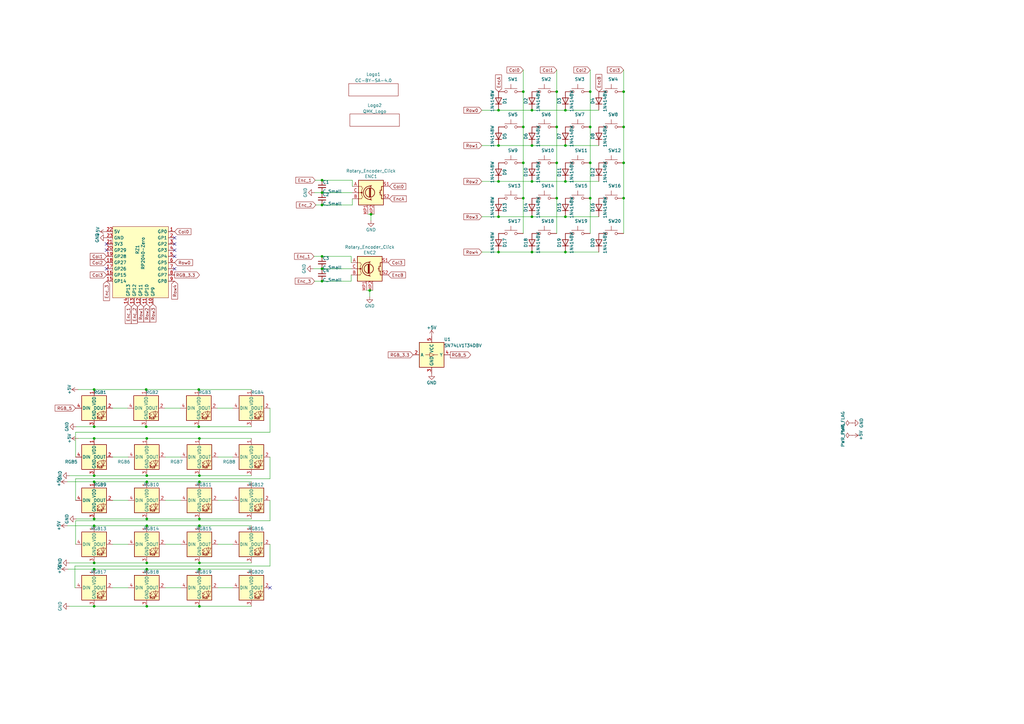
<source format=kicad_sch>
(kicad_sch (version 20230121) (generator eeschema)
  (paper "A3")
  (title_block (title "UnOrthoDox 20") (date "2023-04-15") (rev "v1.0.0") (company "Tweety's Wild Thinking") (comment 1 "Markus Knutsson <markus.knutsson@tweety.se>") (comment 2 "https://github.com/TweetyDaBird") (comment 3 "Licensed under Creative Commons BY-SA 4.0 International "))
  (lib_symbols
    (symbol "Device:C_Small" (pin_numbers hide) (pin_names (offset 0.254) hide)
      (property "Reference" "C" (at 0.254 1.778 0))
      (property "Value" "C_Small" (at 0.254 -2.032 0))
      (symbol "C_Small_0_1"
        (polyline (pts (xy -1.524 -0.508) (xy 1.524 -0.508)) (stroke (width 0.3302)))
        (polyline (pts (xy -1.524 0.508) (xy 1.524 0.508)) (stroke (width 0.3048)))
      )
      (symbol "C_Small_1_1"
        (pin passive line (at 0 2.54 270) (length 2.032) (name "~") (number "1"))
        (pin passive line (at 0 -2.54 90) (length 2.032) (name "~") (number "2"))
      )
    )
    (symbol "Diode:1N4148W" (pin_numbers hide) (pin_names hide)
      (property "Reference" "D" (at 0 2.54 0))
      (property "Value" "1N4148W" (at 0 -2.54 0))
      (symbol "1N4148W_0_1"
        (polyline (pts (xy -1.27 1.27) (xy -1.27 -1.27)) (stroke (width 0.254)))
        (polyline (pts (xy 1.27 0) (xy -1.27 0)))
        (polyline (pts (xy 1.27 1.27) (xy 1.27 -1.27) (xy -1.27 0) (xy 1.27 1.27)) (stroke (width 0.254)))
      )
      (symbol "1N4148W_1_1"
        (pin passive line (at -3.81 0 0) (length 2.54) (name "K") (number "1"))
        (pin passive line (at 3.81 0 180) (length 2.54) (name "A") (number "2"))
      )
    )
    (symbol "Keyboard Common:SK6812MINI-E" (pin_names (offset 0.254))
      (property "Reference" "RGB" (at 5.08 5.715 0))
      (symbol "SK6812MINI-E_0_0"
        (text "RGB" (at 2.286 -4.191 0) (effects (font (size 0.762 0.762))))
      )
      (symbol "SK6812MINI-E_0_1"
        (polyline (pts (xy 1.27 -3.556) (xy 1.778 -3.556)))
        (polyline (pts (xy 1.27 -2.54) (xy 1.778 -2.54)))
        (polyline (pts (xy 4.699 -3.556) (xy 2.667 -3.556)))
        (polyline (pts (xy 2.286 -2.54) (xy 1.27 -3.556) (xy 1.27 -3.048)))
        (polyline (pts (xy 2.286 -1.524) (xy 1.27 -2.54) (xy 1.27 -2.032)))
        (polyline (pts (xy 3.683 -1.016) (xy 3.683 -3.556) (xy 3.683 -4.064)))
        (polyline (pts (xy 4.699 -1.524) (xy 2.667 -1.524) (xy 3.683 -3.556) (xy 4.699 -1.524)))
        (rectangle (start 5.08 5.08) (end -5.08 -5.08) (stroke (width 0.254)) (fill (type background)))
      )
      (symbol "SK6812MINI-E_1_1"
        (pin power_in line (at 0 7.62 270) (length 2.54) (name "VDD") (number "1"))
        (pin output line (at 7.62 0 180) (length 2.54) (name "DOUT") (number "2"))
        (pin power_in line (at 0 -7.62 90) (length 2.54) (name "GND") (number "3"))
        (pin input line (at -7.62 0 0) (length 2.54) (name "DIN") (number "4"))
      )
    )
    (symbol "Keyboard Switches:Rotary_Encoder_Click" (pin_names (offset 0.254) hide)
      (property "Reference" "ENC" (at 0 6.604 0))
      (property "Value" "Rotary_Encoder_Click" (at 0 8.89 0))
      (symbol "Rotary_Encoder_Click_0_1"
        (rectangle (start -5.08 5.08) (end 5.08 -5.08) (stroke (width 0.254)) (fill (type background)))
        (circle (center -3.81 0) (radius 0.254) (fill (type outline)))
        (circle (center -0.381 0) (radius 1.905) (stroke (width 0.254)))
        (arc (start -0.381 2.667) (mid -3.0988 -0.0635) (end -0.381 -2.794) (stroke (width 0.254)))
        (polyline (pts (xy -0.635 -1.778) (xy -0.635 1.778)) (stroke (width 0.254)))
        (polyline (pts (xy -0.381 -1.778) (xy -0.381 1.778)) (stroke (width 0.254)))
        (polyline (pts (xy -0.127 1.778) (xy -0.127 -1.778)) (stroke (width 0.254)))
        (polyline (pts (xy 3.81 0) (xy 3.429 0)) (stroke (width 0.254)))
        (polyline (pts (xy 3.81 1.016) (xy 3.81 -1.016)) (stroke (width 0.254)))
        (polyline (pts (xy -5.08 -2.54) (xy -3.81 -2.54) (xy -3.81 -2.032)))
        (polyline (pts (xy -5.08 2.54) (xy -3.81 2.54) (xy -3.81 2.032)))
        (polyline (pts (xy 0.254 -3.048) (xy -0.508 -2.794) (xy 0.127 -2.413)) (stroke (width 0.254)))
        (polyline (pts (xy 0.254 2.921) (xy -0.508 2.667) (xy 0.127 2.286)) (stroke (width 0.254)))
        (polyline (pts (xy 5.08 -2.54) (xy 4.318 -2.54) (xy 4.318 -1.016)) (stroke (width 0.254)))
        (polyline (pts (xy 5.08 2.54) (xy 4.318 2.54) (xy 4.318 1.016)) (stroke (width 0.254)))
        (polyline (pts (xy -5.08 0) (xy -3.81 0) (xy -3.81 -1.016) (xy -3.302 -2.032)))
        (polyline (pts (xy -4.318 0) (xy -3.81 0) (xy -3.81 1.016) (xy -3.302 2.032)))
        (circle (center 4.318 -1.016) (radius 0.127) (stroke (width 0.254)))
        (circle (center 4.318 1.016) (radius 0.127) (stroke (width 0.254)))
      )
      (symbol "Rotary_Encoder_Click_1_1"
        (pin passive line (at -7.62 2.54 0) (length 2.54) (name "A") (number "A"))
        (pin passive line (at -7.62 -2.54 0) (length 2.54) (name "B") (number "B"))
        (pin passive line (at -7.62 0 0) (length 2.54) (name "C") (number "C"))
        (pin power_in line (at -1.27 -8.89 90) (length 3.7084) (name "GND") (number "MP1"))
        (pin power_in line (at 1.27 -8.89 90) (length 3.7592) (name "GND") (number "MP2"))
        (pin passive line (at 7.62 2.54 180) (length 2.54) (name "S1") (number "S1"))
        (pin passive line (at 7.62 -2.54 180) (length 2.54) (name "S2") (number "S2"))
      )
    )
    (symbol "Keyboard Switches:SW_MX_HotSwap" (pin_numbers hide) (pin_names (offset 1.016) hide)
      (property "Reference" "SW" (at -1.27 5.08 0))
      (symbol "SW_MX_HotSwap_0_1"
        (circle (center -2.032 0) (radius 0.508))
        (polyline (pts (xy 0 1.27) (xy 0 3.048)))
        (polyline (pts (xy 2.54 1.27) (xy -2.54 1.27)))
        (circle (center 2.032 0) (radius 0.508))
        (pin passive line (at -5.08 0 0) (length 2.54) (name "1") (number "1"))
        (pin passive line (at 5.08 0 180) (length 2.54) (name "2") (number "2"))
      )
    )
    (symbol "Keyboard_Controllers:RP2040-Zero"
      (property "Reference" "RZ" (at -1.27 4.572 90))
      (property "Value" "RP2040-Zero" (at 1.016 3.048 90))
      (symbol "RP2040-Zero_0_1"
        (rectangle (start -11.43 13.97) (end 11.43 -15.24) (fill (type background)))
      )
      (symbol "RP2040-Zero_1_1"
        (pin bidirectional line (at 13.97 11.938 180) (length 2.54) (name "GP0") (number "1"))
        (pin bidirectional line (at 5.08 -17.78 90) (length 2.54) (name "GP9") (number "10"))
        (pin bidirectional line (at 2.54 -17.78 90) (length 2.54) (name "GP10") (number "11"))
        (pin bidirectional line (at 0 -17.78 90) (length 2.54) (name "GP11") (number "12"))
        (pin bidirectional line (at -2.54 -17.78 90) (length 2.54) (name "GP12") (number "13"))
        (pin bidirectional line (at -5.08 -17.78 90) (length 2.54) (name "GP13") (number "14"))
        (pin bidirectional line (at -13.97 -8.382 0) (length 2.54) (name "GP14") (number "15"))
        (pin bidirectional line (at -13.97 -5.842 0) (length 2.54) (name "GP15") (number "16"))
        (pin bidirectional line (at -13.97 -3.302 0) (length 2.54) (name "GP26") (number "17"))
        (pin bidirectional line (at -13.97 -0.762 0) (length 2.54) (name "GP27") (number "18"))
        (pin bidirectional line (at -13.97 1.778 0) (length 2.54) (name "GP28") (number "19"))
        (pin bidirectional line (at 13.97 9.398 180) (length 2.54) (name "GP1") (number "2"))
        (pin bidirectional line (at -13.97 4.318 0) (length 2.54) (name "GP29") (number "20"))
        (pin power_in line (at -13.97 6.858 0) (length 2.54) (name "3V3") (number "21"))
        (pin power_in line (at -13.97 11.938 0) (length 2.54) (name "5V") (number "22"))
        (pin power_in line (at -13.97 9.398 0) (length 2.54) (name "GND") (number "23"))
        (pin bidirectional line (at 13.97 6.858 180) (length 2.54) (name "GP2") (number "3"))
        (pin bidirectional line (at 13.97 4.318 180) (length 2.54) (name "GP3") (number "4"))
        (pin bidirectional line (at 13.97 1.778 180) (length 2.54) (name "GP4") (number "5"))
        (pin bidirectional line (at 13.97 -0.762 180) (length 2.54) (name "GP5") (number "6"))
        (pin bidirectional line (at 13.97 -3.302 180) (length 2.54) (name "GP6") (number "7"))
        (pin bidirectional line (at 13.97 -5.842 180) (length 2.54) (name "GP7") (number "8"))
        (pin bidirectional line (at 13.97 -8.382 180) (length 2.54) (name "GP8") (number "9"))
      )
    )
    (symbol "Logic_LevelTranslator:SN74LV1T34DBV"
      (property "Reference" "U" (at 5.08 6.35 0))
      (property "Value" "SN74LV1T34DBV" (at 5.08 3.81 0))
      (symbol "SN74LV1T34DBV_0_1"
        (rectangle (start -5.08 5.08) (end 5.08 -5.08) (stroke (width 0.254)) (fill (type background)))
        (polyline (pts (xy -0.762 0) (xy -2.54 0)))
        (polyline (pts (xy 1.016 0) (xy 2.54 0)))
      )
      (symbol "SN74LV1T34DBV_1_1"
        (polyline (pts (xy -0.762 -0.762) (xy -0.762 0.762) (xy 1.016 0) (xy -0.762 -0.762)))
        (pin no_connect line (at -5.08 2.54 0) (length 2.54) hide (name "NC") (number "1"))
        (pin input line (at -7.62 0 0) (length 2.54) (name "A") (number "2"))
        (pin power_in line (at 0 -7.62 90) (length 2.54) (name "GND") (number "3"))
        (pin output line (at 7.62 0 180) (length 2.54) (name "Y") (number "4"))
        (pin power_in line (at 0 7.62 270) (length 2.54) (name "VCC") (number "5"))
      )
    )
    (symbol "Logotypes:CC-BY-SA-4.0" (pin_names (offset 1.016)) (in_bom no)
      (property "Reference" "Logo" (at 0 1.27 0))
      (property "Value" "CC-BY-SA-4.0" (at 0 -1.27 0))
      (symbol "CC-BY-SA-4.0_0_1"
        (rectangle (start -10.16 2.54) (end 10.16 -2.54))
      )
    )
    (symbol "Logotypes:QMK_Logo" (pin_numbers hide) (pin_names (offset 0) hide) (in_bom no)
      (property "Reference" "Logo" (at 0 0 0))
      (property "Value" "QMK_Logo" (at 0 2.54 0))
      (symbol "QMK_Logo_0_1"
        (rectangle (start -10.16 3.81) (end 10.16 -1.27))
      )
    )
    (symbol "power:+5V" (power) (pin_names (offset 0))
      (property "Value" "+5V" (at 0 3.556 0))
      (symbol "+5V_0_1"
        (polyline (pts (xy -0.762 1.27) (xy 0 2.54)))
        (polyline (pts (xy 0 0) (xy 0 2.54)))
        (polyline (pts (xy 0 2.54) (xy 0.762 1.27)))
      )
      (symbol "+5V_1_1"
        (pin power_in line (at 0 0 90) (length 0) hide (name "+5V") (number "1"))
      )
    )
    (symbol "power:GND" (power) (pin_names (offset 0))
      (property "Value" "GND" (at 0 -3.81 0))
      (symbol "GND_0_1"
        (polyline (pts (xy 0 0) (xy 0 -1.27) (xy 1.27 -1.27) (xy 0 -2.54) (xy -1.27 -1.27) (xy 0 -1.27)))
      )
      (symbol "GND_1_1"
        (pin power_in line (at 0 0 270) (length 0) hide (name "GND") (number "1"))
      )
    )
    (symbol "power:PWR_FLAG" (power) (pin_numbers hide) (pin_names (offset 0) hide)
      (property "Value" "PWR_FLAG" (at 0 3.81 0))
      (symbol "PWR_FLAG_0_0"
        (pin power_out line (at 0 0 90) (length 0) (name "pwr") (number "1"))
      )
      (symbol "PWR_FLAG_0_1"
        (polyline (pts (xy 0 0) (xy 0 1.27) (xy -1.016 1.905) (xy 0 2.54) (xy 1.016 1.905) (xy 0 1.27)))
      )
    )
  )
  (junction (at 231.902 74.422))
  (junction (at 60.198 230.886))
  (junction (at 242.062 81.28))
  (junction (at 242.062 37.592))
  (junction (at 60.198 195.072))
  (junction (at 204.47 88.9))
  (junction (at 38.608 179.832))
  (junction (at 231.902 88.9))
  (junction (at 132.08 105.156))
  (junction (at 255.778 81.28))
  (junction (at 228.346 37.592))
  (junction (at 81.534 159.766))
  (junction (at 204.47 45.212))
  (junction (at 218.186 59.69))
  (junction (at 242.062 52.07))
  (junction (at 60.198 212.852))
  (junction (at 214.63 66.802))
  (junction (at 255.778 52.07))
  (junction (at 231.902 59.69))
  (junction (at 38.608 248.666))
  (junction (at 255.778 66.802))
  (junction (at 81.788 215.646))
  (junction (at 38.608 197.612))
  (junction (at 228.346 66.802))
  (junction (at 60.198 215.646))
  (junction (at 38.608 212.852))
  (junction (at 214.63 37.592))
  (junction (at 60.198 179.832))
  (junction (at 132.08 73.914))
  (junction (at 59.944 175.006))
  (junction (at 242.062 66.802))
  (junction (at 38.608 215.646))
  (junction (at 81.788 179.832))
  (junction (at 60.198 197.612))
  (junction (at 132.08 115.316))
  (junction (at 60.198 233.426))
  (junction (at 81.788 248.666))
  (junction (at 38.608 175.006))
  (junction (at 38.608 230.886))
  (junction (at 132.08 110.236))
  (junction (at 228.346 81.28))
  (junction (at 204.47 59.69))
  (junction (at 204.47 103.378))
  (junction (at 38.608 233.426))
  (junction (at 204.47 74.422))
  (junction (at 132.08 78.994))
  (junction (at 81.788 195.072))
  (junction (at 81.788 233.426))
  (junction (at 231.902 45.212))
  (junction (at 59.944 159.766))
  (junction (at 132.08 84.074))
  (junction (at 81.788 197.612))
  (junction (at 151.638 119.126))
  (junction (at 214.63 81.28))
  (junction (at 218.186 103.378))
  (junction (at 38.608 195.072))
  (junction (at 60.198 248.666))
  (junction (at 81.534 175.006))
  (junction (at 152.146 87.884))
  (junction (at 231.902 103.378))
  (junction (at 218.186 88.9))
  (junction (at 218.186 74.422))
  (junction (at 214.63 52.07))
  (junction (at 81.788 230.886))
  (junction (at 255.778 37.592))
  (junction (at 218.186 45.212))
  (junction (at 228.346 52.07))
  (junction (at 81.788 212.852))
  (junction (at 38.608 159.766))
  (no_connect (at 71.628 102.616))
  (no_connect (at 43.688 110.236))
  (no_connect (at 43.688 100.076))
  (no_connect (at 71.628 100.076))
  (no_connect (at 71.628 110.236))
  (no_connect (at 71.628 97.536))
  (no_connect (at 43.688 102.616))
  (no_connect (at 110.744 241.046))
  (no_connect (at 71.628 105.156))
  (wire (pts (xy 228.346 37.592) (xy 228.346 52.07)))
  (wire (pts (xy 218.186 74.422) (xy 231.902 74.422)))
  (wire (pts (xy 214.63 37.592) (xy 214.63 52.07)))
  (wire (pts (xy 46.228 241.046) (xy 52.578 241.046)))
  (wire (pts (xy 81.788 248.666) (xy 103.124 248.666)))
  (wire (pts (xy 52.578 223.266) (xy 46.228 223.266)))
  (wire (pts (xy 95.504 205.232) (xy 89.408 205.232)))
  (wire (pts (xy 132.08 110.236) (xy 144.018 110.236)))
  (wire (pts (xy 218.186 45.212) (xy 231.902 45.212)))
  (wire (pts (xy 128.524 110.236) (xy 132.08 110.236)))
  (wire (pts (xy 152.146 87.884) (xy 150.876 87.884)))
  (wire (pts (xy 30.988 213.614) (xy 30.988 223.266)))
  (wire (pts (xy 30.734 232.156) (xy 30.734 241.046)))
  (wire (pts (xy 81.788 230.886) (xy 103.124 230.886)))
  (wire (pts (xy 110.744 187.452) (xy 110.744 196.342)))
  (wire (pts (xy 110.744 232.156) (xy 30.734 232.156)))
  (wire (pts (xy 128.778 105.156) (xy 132.08 105.156)))
  (wire (pts (xy 144.018 107.696) (xy 144.018 105.156)))
  (wire (pts (xy 38.608 175.006) (xy 59.944 175.006)))
  (wire (pts (xy 60.198 195.072) (xy 81.788 195.072)))
  (wire (pts (xy 38.608 212.852) (xy 60.198 212.852)))
  (wire (pts (xy 30.988 177.292) (xy 30.988 187.452)))
  (wire (pts (xy 38.608 179.832) (xy 60.198 179.832)))
  (wire (pts (xy 67.818 223.266) (xy 74.168 223.266)))
  (wire (pts (xy 81.788 215.646) (xy 103.124 215.646)))
  (wire (pts (xy 31.242 175.006) (xy 38.608 175.006)))
  (wire (pts (xy 144.018 112.776) (xy 144.018 115.316)))
  (wire (pts (xy 129.286 73.914) (xy 132.08 73.914)))
  (wire (pts (xy 228.346 66.802) (xy 228.346 81.28)))
  (wire (pts (xy 132.08 84.074) (xy 144.526 84.074)))
  (wire (pts (xy 255.778 37.592) (xy 255.778 52.07)))
  (wire (pts (xy 197.612 74.422) (xy 204.47 74.422)))
  (wire (pts (xy 30.734 241.046) (xy 30.988 241.046)))
  (wire (pts (xy 132.08 73.914) (xy 144.526 73.914)))
  (wire (pts (xy 242.062 37.592) (xy 242.062 52.07)))
  (wire (pts (xy 81.788 195.072) (xy 103.124 195.072)))
  (wire (pts (xy 59.944 175.006) (xy 81.534 175.006)))
  (wire (pts (xy 231.902 88.9) (xy 245.618 88.9)))
  (wire (pts (xy 144.526 81.534) (xy 144.526 84.074)))
  (wire (pts (xy 132.08 105.156) (xy 144.018 105.156)))
  (wire (pts (xy 89.154 167.386) (xy 95.504 167.386)))
  (wire (pts (xy 95.504 223.266) (xy 89.408 223.266)))
  (wire (pts (xy 60.198 197.612) (xy 81.788 197.612)))
  (wire (pts (xy 242.062 81.28) (xy 242.062 95.758)))
  (wire (pts (xy 52.324 167.386) (xy 46.228 167.386)))
  (wire (pts (xy 46.228 187.452) (xy 52.578 187.452)))
  (wire (pts (xy 30.988 196.342) (xy 30.988 205.232)))
  (wire (pts (xy 204.47 74.422) (xy 218.186 74.422)))
  (wire (pts (xy 74.168 187.452) (xy 67.818 187.452)))
  (wire (pts (xy 81.788 233.426) (xy 103.124 233.426)))
  (wire (pts (xy 228.346 52.07) (xy 228.346 66.802)))
  (wire (pts (xy 38.608 215.646) (xy 60.198 215.646)))
  (wire (pts (xy 242.062 28.702) (xy 242.062 37.592)))
  (wire (pts (xy 231.902 59.69) (xy 245.618 59.69)))
  (wire (pts (xy 27.686 215.646) (xy 38.608 215.646)))
  (wire (pts (xy 110.744 196.342) (xy 30.988 196.342)))
  (wire (pts (xy 231.902 74.422) (xy 245.618 74.422)))
  (wire (pts (xy 242.062 66.802) (xy 242.062 81.28)))
  (wire (pts (xy 38.608 159.766) (xy 59.944 159.766)))
  (wire (pts (xy 110.744 177.292) (xy 30.988 177.292)))
  (wire (pts (xy 218.186 88.9) (xy 231.902 88.9)))
  (wire (pts (xy 204.47 103.378) (xy 218.186 103.378)))
  (wire (pts (xy 38.608 197.612) (xy 60.198 197.612)))
  (wire (pts (xy 28.448 230.886) (xy 38.608 230.886)))
  (wire (pts (xy 151.638 119.126) (xy 152.908 119.126)))
  (wire (pts (xy 214.63 28.702) (xy 214.63 37.592)))
  (wire (pts (xy 31.242 212.852) (xy 38.608 212.852)))
  (wire (pts (xy 218.186 59.69) (xy 231.902 59.69)))
  (wire (pts (xy 28.448 248.666) (xy 38.608 248.666)))
  (wire (pts (xy 255.778 28.702) (xy 255.778 37.592)))
  (wire (pts (xy 228.346 28.702) (xy 228.346 37.592)))
  (wire (pts (xy 231.902 45.212) (xy 245.618 45.212)))
  (wire (pts (xy 38.608 230.886) (xy 60.198 230.886)))
  (wire (pts (xy 152.146 87.884) (xy 153.416 87.884)))
  (wire (pts (xy 46.228 205.232) (xy 52.578 205.232)))
  (wire (pts (xy 110.744 223.266) (xy 110.744 232.156)))
  (wire (pts (xy 73.914 167.386) (xy 67.564 167.386)))
  (wire (pts (xy 255.778 52.07) (xy 255.778 66.802)))
  (wire (pts (xy 129.032 115.316) (xy 132.08 115.316)))
  (wire (pts (xy 60.198 215.646) (xy 81.788 215.646)))
  (wire (pts (xy 60.198 179.832) (xy 81.788 179.832)))
  (wire (pts (xy 27.94 233.426) (xy 38.608 233.426)))
  (wire (pts (xy 214.63 66.802) (xy 214.63 81.28)))
  (wire (pts (xy 197.612 103.378) (xy 204.47 103.378)))
  (wire (pts (xy 38.608 248.666) (xy 60.198 248.666)))
  (wire (pts (xy 110.744 213.614) (xy 110.744 205.232)))
  (wire (pts (xy 32.004 179.832) (xy 38.608 179.832)))
  (wire (pts (xy 255.778 66.802) (xy 255.778 81.28)))
  (wire (pts (xy 60.198 212.852) (xy 81.788 212.852)))
  (wire (pts (xy 95.504 241.046) (xy 89.408 241.046)))
  (wire (pts (xy 67.818 205.232) (xy 74.168 205.232)))
  (wire (pts (xy 231.902 103.378) (xy 245.618 103.378)))
  (wire (pts (xy 228.346 81.28) (xy 228.346 95.758)))
  (wire (pts (xy 59.944 159.766) (xy 81.534 159.766)))
  (wire (pts (xy 129.54 84.074) (xy 132.08 84.074)))
  (wire (pts (xy 204.47 45.212) (xy 218.186 45.212)))
  (wire (pts (xy 81.788 197.612) (xy 103.124 197.612)))
  (wire (pts (xy 197.612 88.9) (xy 204.47 88.9)))
  (wire (pts (xy 110.744 213.614) (xy 30.988 213.614)))
  (wire (pts (xy 28.448 195.072) (xy 38.608 195.072)))
  (wire (pts (xy 32.004 159.766) (xy 38.608 159.766)))
  (wire (pts (xy 132.08 115.316) (xy 144.018 115.316)))
  (wire (pts (xy 204.47 59.69) (xy 218.186 59.69)))
  (wire (pts (xy 81.534 159.766) (xy 103.124 159.766)))
  (wire (pts (xy 81.534 175.006) (xy 103.124 175.006)))
  (wire (pts (xy 38.608 195.072) (xy 60.198 195.072)))
  (wire (pts (xy 60.198 248.666) (xy 81.788 248.666)))
  (wire (pts (xy 242.062 52.07) (xy 242.062 66.802)))
  (wire (pts (xy 197.612 59.69) (xy 204.47 59.69)))
  (wire (pts (xy 204.47 88.9) (xy 218.186 88.9)))
  (wire (pts (xy 81.788 212.852) (xy 103.124 212.852)))
  (wire (pts (xy 38.608 233.426) (xy 60.198 233.426)))
  (wire (pts (xy 132.08 78.994) (xy 144.526 78.994)))
  (wire (pts (xy 151.638 119.126) (xy 150.368 119.126)))
  (wire (pts (xy 81.788 179.832) (xy 103.124 179.832)))
  (wire (pts (xy 60.198 233.426) (xy 81.788 233.426)))
  (wire (pts (xy 255.778 81.28) (xy 255.778 95.758)))
  (wire (pts (xy 67.818 241.046) (xy 74.168 241.046)))
  (wire (pts (xy 60.198 230.886) (xy 81.788 230.886)))
  (wire (pts (xy 197.612 45.212) (xy 204.47 45.212)))
  (wire (pts (xy 214.63 52.07) (xy 214.63 66.802)))
  (wire (pts (xy 218.186 103.378) (xy 231.902 103.378)))
  (wire (pts (xy 129.032 78.994) (xy 132.08 78.994)))
  (wire (pts (xy 110.744 167.386) (xy 110.744 177.292)))
  (wire (pts (xy 144.526 76.454) (xy 144.526 73.914)))
  (wire (pts (xy 152.146 90.424) (xy 152.146 87.884)))
  (wire (pts (xy 89.408 187.452) (xy 95.504 187.452)))
  (wire (pts (xy 214.63 81.28) (xy 214.63 95.758)))
  (wire (pts (xy 27.686 197.612) (xy 38.608 197.612)))
  (wire (pts (xy 151.638 121.666) (xy 151.638 119.126)))
  (global_label "Col0" (shape input) (at 214.63 28.702 180) (property "Intersheetrefs" "${INTERSHEET_REFS}" (effects hide)))
  (global_label "Col0" (shape input) (at 71.628 94.996 0) (property "Intersheetrefs" "${INTERSHEET_REFS}" (effects hide)))
  (global_label "Row4" (shape input) (at 197.612 103.378 180) (property "Intersheetrefs" "${INTERSHEET_REFS}" (effects hide)))
  (global_label "Col1" (shape input) (at 43.688 105.156 180) (property "Intersheetrefs" "${INTERSHEET_REFS}" (effects hide)))
  (global_label "EncA" (shape input) (at 159.766 81.534 0) (property "Intersheetrefs" "${INTERSHEET_REFS}" (effects hide)))
  (global_label "Row1" (shape input) (at 197.612 59.69 180) (property "Intersheetrefs" "${INTERSHEET_REFS}" (effects hide)))
  (global_label "Row2" (shape input) (at 197.612 74.422 180) (property "Intersheetrefs" "${INTERSHEET_REFS}" (effects hide)))
  (global_label "EncB" (shape input) (at 245.618 37.592 90) (property "Intersheetrefs" "${INTERSHEET_REFS}" (effects hide)))
  (global_label "Enc_1" (shape input) (at 129.286 73.914 180) (property "Intersheetrefs" "${INTERSHEET_REFS}" (effects hide)))
  (global_label "Row1" (shape input) (at 57.658 124.714 270) (property "Intersheetrefs" "${INTERSHEET_REFS}" (effects hide)))
  (global_label "Col2" (shape input) (at 242.062 28.702 180) (property "Intersheetrefs" "${INTERSHEET_REFS}" (effects hide)))
  (global_label "Row4" (shape input) (at 71.628 115.316 270) (property "Intersheetrefs" "${INTERSHEET_REFS}" (effects hide)))
  (global_label "Col0" (shape input) (at 159.766 76.454 0) (property "Intersheetrefs" "${INTERSHEET_REFS}" (effects hide)))
  (global_label "Row0" (shape input) (at 71.628 107.696 0) (property "Intersheetrefs" "${INTERSHEET_REFS}" (effects hide)))
  (global_label "Col3" (shape input) (at 255.778 28.702 180) (property "Intersheetrefs" "${INTERSHEET_REFS}" (effects hide)))
  (global_label "RGB_3.3" (shape input) (at 169.418 145.542 180) (property "Intersheetrefs" "${INTERSHEET_REFS}" (effects hide)))
  (global_label "Enc_2" (shape input) (at 129.54 84.074 180) (property "Intersheetrefs" "${INTERSHEET_REFS}" (effects hide)))
  (global_label "Enc_3" (shape input) (at 43.688 115.316 270) (property "Intersheetrefs" "${INTERSHEET_REFS}" (effects hide)))
  (global_label "Enc_2" (shape input) (at 55.118 124.714 270) (property "Intersheetrefs" "${INTERSHEET_REFS}" (effects hide)))
  (global_label "Col2" (shape input) (at 43.688 107.696 180) (property "Intersheetrefs" "${INTERSHEET_REFS}" (effects hide)))
  (global_label "Row3" (shape input) (at 62.738 124.714 270) (property "Intersheetrefs" "${INTERSHEET_REFS}" (effects hide)))
  (global_label "Enc_1" (shape input) (at 52.578 124.714 270) (property "Intersheetrefs" "${INTERSHEET_REFS}" (effects hide)))
  (global_label "Col3" (shape input) (at 159.258 107.696 0) (property "Intersheetrefs" "${INTERSHEET_REFS}" (effects hide)))
  (global_label "Col1" (shape input) (at 228.346 28.702 180) (property "Intersheetrefs" "${INTERSHEET_REFS}" (effects hide)))
  (global_label "EncB" (shape input) (at 159.258 112.776 0) (property "Intersheetrefs" "${INTERSHEET_REFS}" (effects hide)))
  (global_label "Row3" (shape input) (at 197.612 88.9 180) (property "Intersheetrefs" "${INTERSHEET_REFS}" (effects hide)))
  (global_label "RGB_5" (shape output) (at 184.658 145.542 0) (property "Intersheetrefs" "${INTERSHEET_REFS}" (effects hide)))
  (global_label "Row0" (shape input) (at 197.612 45.212 180) (property "Intersheetrefs" "${INTERSHEET_REFS}" (effects hide)))
  (global_label "Enc_1" (shape input) (at 128.778 105.156 180) (property "Intersheetrefs" "${INTERSHEET_REFS}" (effects hide)))
  (global_label "Row2" (shape input) (at 60.198 124.714 270) (property "Intersheetrefs" "${INTERSHEET_REFS}" (effects hide)))
  (global_label "Col3" (shape input) (at 43.688 112.776 180) (property "Intersheetrefs" "${INTERSHEET_REFS}" (effects hide)))
  (global_label "RGB_3.3" (shape output) (at 71.628 112.776 0) (property "Intersheetrefs" "${INTERSHEET_REFS}" (effects hide)))
  (global_label "RGB_5" (shape input) (at 30.988 167.386 180) (property "Intersheetrefs" "${INTERSHEET_REFS}" (effects hide)))
  (global_label "EncA" (shape input) (at 204.47 37.592 90) (property "Intersheetrefs" "${INTERSHEET_REFS}" (effects hide)))
  (global_label "Enc_3" (shape input) (at 129.032 115.316 180) (property "Intersheetrefs" "${INTERSHEET_REFS}" (effects hide)))
  (symbol (lib_id "Diode:1N4148W") (at 231.902 99.568 90) (unit 1)
    (property "Reference" "D19" (at 229.362 99.568 0))
    (property "Value" "1N4148W" (at 234.442 99.568 0))
    (property "Footprint" "Diode_SMD:D_SOD-123" (effects hide))
    (property "Datasheet" "https://www.vishay.com/docs/85748/1n4148w.pdf" (effects hide))
  )
  (symbol (lib_id "Diode:1N4148W") (at 231.902 85.09 90) (unit 1)
    (property "Reference" "D15" (at 229.362 85.09 0))
    (property "Value" "1N4148W" (at 234.442 85.09 0))
    (property "Footprint" "Diode_SMD:D_SOD-123" (effects hide))
    (property "Datasheet" "https://www.vishay.com/docs/85748/1n4148w.pdf" (effects hide))
  )
  (symbol (lib_id "power:+5V") (at 349.504 178.562 270) (unit 1)
    (property "Reference" "#PWR012" (effects hide))
    (property "Value" "+5V" (at 353.06 178.562 0))
  )
  (symbol (lib_id "Keyboard Switches:SW_MX_HotSwap") (at 209.55 81.28 0) (unit 1)
    (property "Reference" "SW13" (at 208.28 76.2 0) (effects (justify left)))
    (property "Value" "SW_MX_HotSwap" (effects hide))
    (property "Footprint" "Keyboard Switches:SW_MX_HotSwap_Reversible" (effects hide))
  )
  (symbol (lib_id "Diode:1N4148W") (at 245.618 41.402 90) (unit 1)
    (property "Reference" "D4" (at 243.078 41.402 0))
    (property "Value" "1N4148W" (at 248.158 41.402 0))
    (property "Footprint" "Diode_SMD:D_SOD-123" (effects hide))
    (property "Datasheet" "https://www.vishay.com/docs/85748/1n4148w.pdf" (effects hide))
  )
  (symbol (lib_id "power:+5V") (at 32.004 179.832 90) (unit 1)
    (property "Reference" "#PWR013" (effects hide))
    (property "Value" "+5V" (at 28.448 179.832 0))
  )
  (symbol (lib_id "Keyboard Common:SK6812MINI-E") (at 38.608 223.266 0) (unit 1)
    (property "Reference" "RGB13" (at 43.688 217.551 0) (effects (justify right bottom)))
    (property "Value" "SK6812MINI-E" (effects hide))
    (property "Footprint" "Keyboard RGB:MX_SK6812MINI-E_REVERSIBLE" (effects hide))
    (property "Datasheet" "https://cdn-shop.adafruit.com/product-files/2686/SK6812MINI_REV.01-1-2.pdf" (effects hide))
  )
  (symbol (lib_id "Keyboard Common:SK6812MINI-E") (at 60.198 223.266 0) (unit 1)
    (property "Reference" "RGB14" (at 65.278 217.551 0) (effects (justify right bottom)))
    (property "Value" "SK6812MINI-E" (effects hide))
    (property "Footprint" "Keyboard RGB:MX_SK6812MINI-E_REVERSIBLE" (effects hide))
    (property "Datasheet" "https://cdn-shop.adafruit.com/product-files/2686/SK6812MINI_REV.01-1-2.pdf" (effects hide))
  )
  (symbol (lib_id "Diode:1N4148W") (at 204.47 55.88 270) (mirror x) (unit 1)
    (property "Reference" "D5" (at 207.01 55.88 0))
    (property "Value" "1N4148W" (at 201.93 55.88 0))
    (property "Footprint" "Diode_SMD:D_SOD-123" (effects hide))
    (property "Datasheet" "https://www.vishay.com/docs/85748/1n4148w.pdf" (effects hide))
  )
  (symbol (lib_id "power:GND") (at 129.032 78.994 270) (unit 1)
    (property "Reference" "#PWR01" (effects hide))
    (property "Value" "GND" (at 125.222 78.994 0))
  )
  (symbol (lib_id "Diode:1N4148W") (at 218.186 85.09 90) (unit 1)
    (property "Reference" "D14" (at 215.646 85.09 0))
    (property "Value" "1N4148W" (at 220.726 85.09 0))
    (property "Footprint" "Diode_SMD:D_SOD-123" (effects hide))
    (property "Datasheet" "https://www.vishay.com/docs/85748/1n4148w.pdf" (effects hide))
  )
  (symbol (lib_id "power:GND") (at 177.038 153.162 0) (unit 1)
    (property "Reference" "#PWR08" (effects hide))
    (property "Value" "GND" (at 177.038 156.972 0))
  )
  (symbol (lib_id "Diode:1N4148W") (at 204.47 41.402 270) (mirror x) (unit 1)
    (property "Reference" "D1" (at 207.01 41.402 0))
    (property "Value" "1N4148W" (at 201.93 41.402 0))
    (property "Footprint" "Diode_SMD:D_SOD-123" (effects hide))
    (property "Datasheet" "https://www.vishay.com/docs/85748/1n4148w.pdf" (effects hide))
  )
  (symbol (lib_id "Keyboard Common:SK6812MINI-E") (at 60.198 187.452 0) (unit 1)
    (property "Reference" "RGB6" (at 50.8 189.4079 0))
    (property "Value" "SK6812MINI-E" (effects hide))
    (property "Footprint" "Keyboard RGB:MX_SK6812MINI-E_REVERSIBLE" (effects hide))
    (property "Datasheet" "https://cdn-shop.adafruit.com/product-files/2686/SK6812MINI_REV.01-1-2.pdf" (effects hide))
  )
  (symbol (lib_id "Keyboard Common:SK6812MINI-E") (at 60.198 205.232 0) (unit 1)
    (property "Reference" "RGB10" (at 65.278 199.517 0) (effects (justify right bottom)))
    (property "Value" "SK6812MINI-E" (effects hide))
    (property "Footprint" "Keyboard RGB:MX_SK6812MINI-E_REVERSIBLE" (effects hide))
    (property "Datasheet" "https://cdn-shop.adafruit.com/product-files/2686/SK6812MINI_REV.01-1-2.pdf" (effects hide))
  )
  (symbol (lib_id "power:+5V") (at 27.686 197.612 90) (unit 1)
    (property "Reference" "#PWR015" (effects hide))
    (property "Value" "+5V" (at 24.13 197.612 0))
  )
  (symbol (lib_id "Keyboard Common:SK6812MINI-E") (at 38.608 187.452 0) (unit 1)
    (property "Reference" "RGB5" (at 29.21 189.4079 0))
    (property "Value" "SK6812MINI-E" (effects hide))
    (property "Footprint" "Keyboard RGB:MX_SK6812MINI-E_REVERSIBLE" (effects hide))
    (property "Datasheet" "https://cdn-shop.adafruit.com/product-files/2686/SK6812MINI_REV.01-1-2.pdf" (effects hide))
  )
  (symbol (lib_id "Keyboard Switches:SW_MX_HotSwap") (at 250.698 81.28 0) (unit 1)
    (property "Reference" "SW16" (at 249.428 76.2 0) (effects (justify left)))
    (property "Value" "SW_MX_HotSwap" (effects hide))
    (property "Footprint" "Keyboard Switches:SW_MX_HotSwap_Reversible" (effects hide))
  )
  (symbol (lib_id "Keyboard Switches:SW_MX_HotSwap") (at 223.266 81.28 0) (unit 1)
    (property "Reference" "SW14" (at 221.996 76.2 0) (effects (justify left)))
    (property "Value" "SW_MX_HotSwap" (effects hide))
    (property "Footprint" "Keyboard Switches:SW_MX_HotSwap_Reversible" (effects hide))
  )
  (symbol (lib_id "Device:C_Small") (at 132.08 81.534 0) (unit 1)
    (property "Reference" "C2" (at 132.334 79.756 0) (effects (justify left)))
    (property "Value" "C_Small" (at 132.334 83.566 0) (effects (justify left)))
    (property "Footprint" "Capacitor_SMD:C_0603_1608Metric_Pad1.08x0.95mm_HandSolder" (effects hide))
  )
  (symbol (lib_id "power:GND") (at 28.448 230.886 270) (unit 1)
    (property "Reference" "#PWR018" (effects hide))
    (property "Value" "GND" (at 24.638 230.886 0))
  )
  (symbol (lib_id "Keyboard Switches:SW_MX_HotSwap") (at 236.982 66.802 0) (unit 1)
    (property "Reference" "SW11" (at 235.712 61.722 0) (effects (justify left)))
    (property "Value" "SW_MX_HotSwap" (effects hide))
    (property "Footprint" "Keyboard Switches:SW_MX_HotSwap_Reversible" (effects hide))
  )
  (symbol (lib_id "Logotypes:CC-BY-SA-4.0") (at 153.162 36.83 0) (unit 1) (in_bom no)
    (property "Reference" "Logo1" (at 153.162 30.48 0))
    (property "Value" "CC-BY-SA-4.0" (at 153.162 33.02 0))
    (property "Footprint" "Logotypes:CC_BY_SA_40_line" (effects hide))
    (property "Sim.Enable" "0" (effects hide))
  )
  (symbol (lib_id "power:+5V") (at 27.686 215.646 90) (unit 1)
    (property "Reference" "#PWR017" (effects hide))
    (property "Value" "+5V" (at 24.13 215.646 0))
  )
  (symbol (lib_id "Keyboard Switches:SW_MX_HotSwap") (at 250.698 66.802 0) (unit 1)
    (property "Reference" "SW12" (at 249.428 61.722 0) (effects (justify left)))
    (property "Value" "SW_MX_HotSwap" (effects hide))
    (property "Footprint" "Keyboard Switches:SW_MX_HotSwap_Reversible" (effects hide))
  )
  (symbol (lib_id "power:+5V") (at 177.038 137.922 0) (unit 1)
    (property "Reference" "#PWR07" (effects hide))
    (property "Value" "+5V" (at 177.038 134.366 0))
  )
  (symbol (lib_id "Keyboard Switches:SW_MX_HotSwap") (at 223.266 95.758 0) (unit 1)
    (property "Reference" "SW18" (at 221.996 90.678 0) (effects (justify left)))
    (property "Value" "SW_MX_HotSwap" (effects hide))
    (property "Footprint" "Keyboard Switches:SW_MX_HotSwap_Reversible" (effects hide))
  )
  (symbol (lib_id "Keyboard Common:SK6812MINI-E") (at 59.944 167.386 0) (unit 1)
    (property "Reference" "RGB2" (at 65.024 161.671 0) (effects (justify right bottom)))
    (property "Value" "SK6812MINI-E" (effects hide))
    (property "Footprint" "Keyboard RGB:MX_SK6812MINI-E_REVERSIBLE" (effects hide))
    (property "Datasheet" "https://cdn-shop.adafruit.com/product-files/2686/SK6812MINI_REV.01-1-2.pdf" (effects hide))
  )
  (symbol (lib_id "Keyboard Common:SK6812MINI-E") (at 81.788 205.232 0) (unit 1)
    (property "Reference" "RGB11" (at 86.868 199.517 0) (effects (justify right bottom)))
    (property "Value" "SK6812MINI-E" (effects hide))
    (property "Footprint" "Keyboard RGB:MX_SK6812MINI-E_REVERSIBLE" (effects hide))
    (property "Datasheet" "https://cdn-shop.adafruit.com/product-files/2686/SK6812MINI_REV.01-1-2.pdf" (effects hide))
  )
  (symbol (lib_id "Diode:1N4148W") (at 245.618 85.09 90) (unit 1)
    (property "Reference" "D16" (at 243.078 85.09 0))
    (property "Value" "1N4148W" (at 248.158 85.09 0))
    (property "Footprint" "Diode_SMD:D_SOD-123" (effects hide))
    (property "Datasheet" "https://www.vishay.com/docs/85748/1n4148w.pdf" (effects hide))
  )
  (symbol (lib_id "Keyboard Switches:SW_MX_HotSwap") (at 236.982 95.758 0) (unit 1)
    (property "Reference" "SW19" (at 235.712 90.678 0) (effects (justify left)))
    (property "Value" "SW_MX_HotSwap" (effects hide))
    (property "Footprint" "Keyboard Switches:SW_MX_HotSwap_Reversible" (effects hide))
  )
  (symbol (lib_id "power:PWR_FLAG") (at 349.504 173.482 90) (unit 1)
    (property "Reference" "#FLG01" (effects hide))
    (property "Value" "PWR_FLAG" (at 345.694 173.482 0))
  )
  (symbol (lib_id "Keyboard Common:SK6812MINI-E") (at 81.788 241.046 0) (unit 1)
    (property "Reference" "RGB19" (at 86.868 235.331 0) (effects (justify right bottom)))
    (property "Value" "SK6812MINI-E" (effects hide))
    (property "Footprint" "Keyboard RGB:MX_SK6812MINI-E_REVERSIBLE" (effects hide))
    (property "Datasheet" "https://cdn-shop.adafruit.com/product-files/2686/SK6812MINI_REV.01-1-2.pdf" (effects hide))
  )
  (symbol (lib_id "power:GND") (at 128.524 110.236 270) (unit 1)
    (property "Reference" "#PWR05" (effects hide))
    (property "Value" "GND" (at 124.714 110.236 0))
  )
  (symbol (lib_id "Keyboard Common:SK6812MINI-E") (at 38.608 205.232 0) (unit 1)
    (property "Reference" "RGB9" (at 43.688 199.517 0) (effects (justify right bottom)))
    (property "Value" "SK6812MINI-E" (effects hide))
    (property "Footprint" "Keyboard RGB:MX_SK6812MINI-E_REVERSIBLE" (effects hide))
    (property "Datasheet" "https://cdn-shop.adafruit.com/product-files/2686/SK6812MINI_REV.01-1-2.pdf" (effects hide))
  )
  (symbol (lib_id "Device:C_Small") (at 132.08 112.776 0) (unit 1)
    (property "Reference" "C4" (at 132.334 110.998 0) (effects (justify left)))
    (property "Value" "C_Small" (at 132.334 114.808 0) (effects (justify left)))
    (property "Footprint" "Capacitor_SMD:C_0603_1608Metric_Pad1.08x0.95mm_HandSolder" (effects hide))
  )
  (symbol (lib_id "power:GND") (at 28.448 248.666 270) (unit 1)
    (property "Reference" "#PWR020" (effects hide))
    (property "Value" "GND" (at 24.638 248.666 0))
  )
  (symbol (lib_id "power:GND") (at 31.242 212.852 270) (unit 1)
    (property "Reference" "#PWR016" (effects hide))
    (property "Value" "GND" (at 27.432 212.852 0))
  )
  (symbol (lib_id "Keyboard Switches:SW_MX_HotSwap") (at 223.266 52.07 0) (unit 1)
    (property "Reference" "SW6" (at 221.996 46.99 0) (effects (justify left)))
    (property "Value" "SW_MX_HotSwap" (effects hide))
    (property "Footprint" "Keyboard Switches:SW_MX_HotSwap_Reversible" (effects hide))
  )
  (symbol (lib_id "Keyboard Switches:SW_MX_HotSwap") (at 236.982 81.28 0) (unit 1)
    (property "Reference" "SW15" (at 235.712 76.2 0) (effects (justify left)))
    (property "Value" "SW_MX_HotSwap" (effects hide))
    (property "Footprint" "Keyboard Switches:SW_MX_HotSwap_Reversible" (effects hide))
  )
  (symbol (lib_id "power:GND") (at 152.146 90.424 0) (unit 1)
    (property "Reference" "#PWR02" (effects hide))
    (property "Value" "GND" (at 152.146 94.234 0))
  )
  (symbol (lib_id "Diode:1N4148W") (at 204.47 99.568 270) (mirror x) (unit 1)
    (property "Reference" "D17" (at 207.01 99.568 0))
    (property "Value" "1N4148W" (at 201.93 99.568 0))
    (property "Footprint" "Diode_SMD:D_SOD-123" (effects hide))
    (property "Datasheet" "https://www.vishay.com/docs/85748/1n4148w.pdf" (effects hide))
  )
  (symbol (lib_id "Keyboard Switches:SW_MX_HotSwap") (at 223.266 37.592 0) (unit 1)
    (property "Reference" "SW2" (at 221.996 32.512 0) (effects (justify left)))
    (property "Value" "SW_MX_HotSwap" (effects hide))
    (property "Footprint" "Keyboard Switches:SW_MX_HotSwap_Reversible" (effects hide))
  )
  (symbol (lib_id "Keyboard Common:SK6812MINI-E") (at 103.124 223.266 0) (unit 1)
    (property "Reference" "RGB16" (at 108.204 217.551 0) (effects (justify right bottom)))
    (property "Value" "SK6812MINI-E" (effects hide))
    (property "Footprint" "Keyboard RGB:MX_SK6812MINI-E_REVERSIBLE" (effects hide))
    (property "Datasheet" "https://cdn-shop.adafruit.com/product-files/2686/SK6812MINI_REV.01-1-2.pdf" (effects hide))
  )
  (symbol (lib_id "Keyboard Switches:SW_MX_HotSwap") (at 250.698 37.592 0) (unit 1)
    (property "Reference" "SW4" (at 249.428 32.512 0) (effects (justify left)))
    (property "Value" "SW_MX_HotSwap" (effects hide))
    (property "Footprint" "Keyboard Switches:SW_MX_HotSwap_Reversible" (effects hide))
  )
  (symbol (lib_id "Keyboard Common:SK6812MINI-E") (at 60.198 241.046 0) (unit 1)
    (property "Reference" "RGB18" (at 65.278 235.331 0) (effects (justify right bottom)))
    (property "Value" "SK6812MINI-E" (effects hide))
    (property "Footprint" "Keyboard RGB:MX_SK6812MINI-E_REVERSIBLE" (effects hide))
    (property "Datasheet" "https://cdn-shop.adafruit.com/product-files/2686/SK6812MINI_REV.01-1-2.pdf" (effects hide))
  )
  (symbol (lib_id "power:+5V") (at 27.94 233.426 90) (unit 1)
    (property "Reference" "#PWR019" (effects hide))
    (property "Value" "+5V" (at 24.384 233.426 0))
  )
  (symbol (lib_id "Keyboard Switches:SW_MX_HotSwap") (at 236.982 37.592 0) (unit 1)
    (property "Reference" "SW3" (at 235.712 32.512 0) (effects (justify left)))
    (property "Value" "SW_MX_HotSwap" (effects hide))
    (property "Footprint" "Keyboard Switches:SW_MX_HotSwap_Reversible" (effects hide))
  )
  (symbol (lib_id "Keyboard Common:SK6812MINI-E") (at 81.788 187.452 0) (unit 1)
    (property "Reference" "RGB7" (at 72.39 189.4079 0))
    (property "Value" "SK6812MINI-E" (effects hide))
    (property "Footprint" "Keyboard RGB:MX_SK6812MINI-E_REVERSIBLE" (effects hide))
    (property "Datasheet" "https://cdn-shop.adafruit.com/product-files/2686/SK6812MINI_REV.01-1-2.pdf" (effects hide))
  )
  (symbol (lib_id "Diode:1N4148W") (at 218.186 99.568 90) (unit 1)
    (property "Reference" "D18" (at 215.646 99.568 0))
    (property "Value" "1N4148W" (at 220.726 99.568 0))
    (property "Footprint" "Diode_SMD:D_SOD-123" (effects hide))
    (property "Datasheet" "https://www.vishay.com/docs/85748/1n4148w.pdf" (effects hide))
  )
  (symbol (lib_id "Diode:1N4148W") (at 204.47 85.09 270) (mirror x) (unit 1)
    (property "Reference" "D13" (at 207.01 85.09 0))
    (property "Value" "1N4148W" (at 201.93 85.09 0))
    (property "Footprint" "Diode_SMD:D_SOD-123" (effects hide))
    (property "Datasheet" "https://www.vishay.com/docs/85748/1n4148w.pdf" (effects hide))
  )
  (symbol (lib_id "Keyboard Switches:Rotary_Encoder_Click") (at 152.146 78.994 0) (unit 1)
    (property "Reference" "ENC1" (at 152.146 72.39 0))
    (property "Value" "Rotary_Encoder_Click" (at 152.146 70.104 0))
    (property "Footprint" "Keyboard Encoders:Encoder_Alps_EC11E_Small" (effects hide))
  )
  (symbol (lib_id "Keyboard_Controllers:RP2040-Zero") (at 57.658 106.934 0) (unit 1)
    (property "Reference" "RZ1" (at 56.388 102.362 90))
    (property "Value" "RP2040-Zero" (at 58.674 103.886 90))
    (property "Footprint" "Keyboard Controllers:RP2040-Zero_reverse_mount_flipped" (effects hide))
  )
  (symbol (lib_id "Diode:1N4148W") (at 245.618 99.568 90) (unit 1)
    (property "Reference" "D20" (at 243.078 99.568 0))
    (property "Value" "1N4148W" (at 248.158 99.568 0))
    (property "Footprint" "Diode_SMD:D_SOD-123" (effects hide))
    (property "Datasheet" "https://www.vishay.com/docs/85748/1n4148w.pdf" (effects hide))
  )
  (symbol (lib_id "Diode:1N4148W") (at 231.902 70.612 90) (unit 1)
    (property "Reference" "D11" (at 229.362 70.612 0))
    (property "Value" "1N4148W" (at 234.442 70.612 0))
    (property "Footprint" "Diode_SMD:D_SOD-123" (effects hide))
    (property "Datasheet" "https://www.vishay.com/docs/85748/1n4148w.pdf" (effects hide))
  )
  (symbol (lib_id "Keyboard Common:SK6812MINI-E") (at 103.124 167.386 0) (unit 1)
    (property "Reference" "RGB4" (at 108.204 161.671 0) (effects (justify right bottom)))
    (property "Value" "SK6812MINI-E" (effects hide))
    (property "Footprint" "Keyboard RGB:MX_SK6812MINI-E_REVERSIBLE" (effects hide))
    (property "Datasheet" "https://cdn-shop.adafruit.com/product-files/2686/SK6812MINI_REV.01-1-2.pdf" (effects hide))
  )
  (symbol (lib_id "Keyboard Common:SK6812MINI-E") (at 38.608 167.386 0) (unit 1)
    (property "Reference" "RGB1" (at 43.688 161.671 0) (effects (justify right bottom)))
    (property "Value" "SK6812MINI-E" (effects hide))
    (property "Footprint" "Keyboard RGB:MX_SK6812MINI-E_REVERSIBLE" (effects hide))
    (property "Datasheet" "https://cdn-shop.adafruit.com/product-files/2686/SK6812MINI_REV.01-1-2.pdf" (effects hide))
  )
  (symbol (lib_id "Keyboard Common:SK6812MINI-E") (at 81.534 167.386 0) (unit 1)
    (property "Reference" "RGB3" (at 86.614 161.671 0) (effects (justify right bottom)))
    (property "Value" "SK6812MINI-E" (effects hide))
    (property "Footprint" "Keyboard RGB:MX_SK6812MINI-E_REVERSIBLE" (effects hide))
    (property "Datasheet" "https://cdn-shop.adafruit.com/product-files/2686/SK6812MINI_REV.01-1-2.pdf" (effects hide))
  )
  (symbol (lib_id "Keyboard Switches:SW_MX_HotSwap") (at 209.55 66.802 0) (unit 1)
    (property "Reference" "SW9" (at 208.28 61.722 0) (effects (justify left)))
    (property "Value" "SW_MX_HotSwap" (effects hide))
    (property "Footprint" "Keyboard Switches:SW_MX_HotSwap_Reversible" (effects hide))
  )
  (symbol (lib_id "Diode:1N4148W") (at 245.618 70.612 90) (unit 1)
    (property "Reference" "D12" (at 243.078 70.612 0))
    (property "Value" "1N4148W" (at 248.158 70.612 0))
    (property "Footprint" "Diode_SMD:D_SOD-123" (effects hide))
    (property "Datasheet" "https://www.vishay.com/docs/85748/1n4148w.pdf" (effects hide))
  )
  (symbol (lib_id "Keyboard Common:SK6812MINI-E") (at 81.788 223.266 0) (unit 1)
    (property "Reference" "RGB15" (at 86.868 217.551 0) (effects (justify right bottom)))
    (property "Value" "SK6812MINI-E" (effects hide))
    (property "Footprint" "Keyboard RGB:MX_SK6812MINI-E_REVERSIBLE" (effects hide))
    (property "Datasheet" "https://cdn-shop.adafruit.com/product-files/2686/SK6812MINI_REV.01-1-2.pdf" (effects hide))
  )
  (symbol (lib_id "Keyboard Common:SK6812MINI-E") (at 103.124 187.452 0) (unit 1)
    (property "Reference" "RGB8" (at 93.98 189.4079 0))
    (property "Value" "SK6812MINI-E" (effects hide))
    (property "Footprint" "Keyboard RGB:MX_SK6812MINI-E_REVERSIBLE" (effects hide))
    (property "Datasheet" "https://cdn-shop.adafruit.com/product-files/2686/SK6812MINI_REV.01-1-2.pdf" (effects hide))
  )
  (symbol (lib_id "Keyboard Switches:SW_MX_HotSwap") (at 209.55 37.592 0) (unit 1)
    (property "Reference" "SW1" (at 208.28 32.512 0) (effects (justify left)))
    (property "Value" "SW_MX_HotSwap" (effects hide))
    (property "Footprint" "Keyboard Switches:SW_MX_HotSwap_Reversible" (effects hide))
  )
  (symbol (lib_id "Keyboard Common:SK6812MINI-E") (at 38.608 241.046 0) (unit 1)
    (property "Reference" "RGB17" (at 43.688 235.331 0) (effects (justify right bottom)))
    (property "Value" "SK6812MINI-E" (effects hide))
    (property "Footprint" "Keyboard RGB:MX_SK6812MINI-E_REVERSIBLE" (effects hide))
    (property "Datasheet" "https://cdn-shop.adafruit.com/product-files/2686/SK6812MINI_REV.01-1-2.pdf" (effects hide))
  )
  (symbol (lib_id "Keyboard Switches:SW_MX_HotSwap") (at 250.698 95.758 0) (unit 1)
    (property "Reference" "SW20" (at 249.428 90.678 0) (effects (justify left)))
    (property "Value" "SW_MX_HotSwap" (effects hide))
    (property "Footprint" "Keyboard Switches:SW_MX_HotSwap_Reversible" (effects hide))
  )
  (symbol (lib_id "Diode:1N4148W") (at 218.186 55.88 90) (unit 1)
    (property "Reference" "D6" (at 215.646 55.88 0))
    (property "Value" "1N4148W" (at 220.726 55.88 0))
    (property "Footprint" "Diode_SMD:D_SOD-123" (effects hide))
    (property "Datasheet" "https://www.vishay.com/docs/85748/1n4148w.pdf" (effects hide))
  )
  (symbol (lib_id "Keyboard Switches:SW_MX_HotSwap") (at 209.55 52.07 0) (unit 1)
    (property "Reference" "SW5" (at 208.28 46.99 0) (effects (justify left)))
    (property "Value" "SW_MX_HotSwap" (effects hide))
    (property "Footprint" "Keyboard Switches:SW_MX_HotSwap_Reversible" (effects hide))
  )
  (symbol (lib_id "power:GND") (at 28.448 195.072 270) (unit 1)
    (property "Reference" "#PWR014" (effects hide))
    (property "Value" "GND" (at 24.638 195.072 0))
  )
  (symbol (lib_id "Keyboard Switches:Rotary_Encoder_Click") (at 151.638 110.236 0) (unit 1)
    (property "Reference" "ENC2" (at 151.638 103.632 0))
    (property "Value" "Rotary_Encoder_Click" (at 151.638 101.346 0))
    (property "Footprint" "Keyboard Encoders:Encoder_Alps_EC11E_Small" (effects hide))
  )
  (symbol (lib_id "Keyboard Common:SK6812MINI-E") (at 103.124 205.232 0) (unit 1)
    (property "Reference" "RGB12" (at 108.204 199.517 0) (effects (justify right bottom)))
    (property "Value" "SK6812MINI-E" (effects hide))
    (property "Footprint" "Keyboard RGB:MX_SK6812MINI-E_REVERSIBLE" (effects hide))
    (property "Datasheet" "https://cdn-shop.adafruit.com/product-files/2686/SK6812MINI_REV.01-1-2.pdf" (effects hide))
  )
  (symbol (lib_id "Diode:1N4148W") (at 218.186 70.612 90) (unit 1)
    (property "Reference" "D10" (at 215.646 70.612 0))
    (property "Value" "1N4148W" (at 220.726 70.612 0))
    (property "Footprint" "Diode_SMD:D_SOD-123" (effects hide))
    (property "Datasheet" "https://www.vishay.com/docs/85748/1n4148w.pdf" (effects hide))
  )
  (symbol (lib_id "power:GND") (at 31.242 175.006 270) (unit 1)
    (property "Reference" "#PWR011" (effects hide))
    (property "Value" "GND" (at 27.432 175.006 0))
  )
  (symbol (lib_id "power:GND") (at 151.638 121.666 0) (unit 1)
    (property "Reference" "#PWR06" (effects hide))
    (property "Value" "GND" (at 151.638 125.476 0))
  )
  (symbol (lib_id "Keyboard Switches:SW_MX_HotSwap") (at 209.55 95.758 0) (unit 1)
    (property "Reference" "SW17" (at 208.28 90.678 0) (effects (justify left)))
    (property "Value" "SW_MX_HotSwap" (effects hide))
    (property "Footprint" "Keyboard Switches:SW_MX_HotSwap_Reversible" (effects hide))
  )
  (symbol (lib_id "Keyboard Switches:SW_MX_HotSwap") (at 236.982 52.07 0) (unit 1)
    (property "Reference" "SW7" (at 235.712 46.99 0) (effects (justify left)))
    (property "Value" "SW_MX_HotSwap" (effects hide))
    (property "Footprint" "Keyboard Switches:SW_MX_HotSwap_Reversible" (effects hide))
  )
  (symbol (lib_id "power:GND") (at 43.688 97.536 270) (unit 1)
    (property "Reference" "#PWR04" (effects hide))
    (property "Value" "GND" (at 39.878 97.536 0))
  )
  (symbol (lib_id "Device:C_Small") (at 132.08 107.696 0) (unit 1)
    (property "Reference" "C3" (at 132.334 105.918 0) (effects (justify left)))
    (property "Value" "C_Small" (at 132.334 109.728 0) (effects (justify left)))
    (property "Footprint" "Capacitor_SMD:C_0603_1608Metric_Pad1.08x0.95mm_HandSolder" (effects hide))
  )
  (symbol (lib_id "power:+5V") (at 32.004 159.766 90) (unit 1)
    (property "Reference" "#PWR09" (effects hide))
    (property "Value" "+5V" (at 28.448 159.766 0))
  )
  (symbol (lib_id "power:GND") (at 349.504 173.482 90) (unit 1)
    (property "Reference" "#PWR010" (effects hide))
    (property "Value" "GND" (at 353.314 173.482 0))
  )
  (symbol (lib_id "Diode:1N4148W") (at 231.902 41.402 90) (unit 1)
    (property "Reference" "D3" (at 229.362 41.402 0))
    (property "Value" "1N4148W" (at 234.442 41.402 0))
    (property "Footprint" "Diode_SMD:D_SOD-123" (effects hide))
    (property "Datasheet" "https://www.vishay.com/docs/85748/1n4148w.pdf" (effects hide))
  )
  (symbol (lib_id "Keyboard Switches:SW_MX_HotSwap") (at 250.698 52.07 0) (unit 1)
    (property "Reference" "SW8" (at 249.428 46.99 0) (effects (justify left)))
    (property "Value" "SW_MX_HotSwap" (effects hide))
    (property "Footprint" "Keyboard Switches:SW_MX_HotSwap_Reversible" (effects hide))
  )
  (symbol (lib_id "Keyboard Common:SK6812MINI-E") (at 103.124 241.046 0) (unit 1)
    (property "Reference" "RGB20" (at 108.204 235.331 0) (effects (justify right bottom)))
    (property "Value" "SK6812MINI-E" (effects hide))
    (property "Footprint" "Keyboard RGB:MX_SK6812MINI-E_REVERSIBLE" (effects hide))
    (property "Datasheet" "https://cdn-shop.adafruit.com/product-files/2686/SK6812MINI_REV.01-1-2.pdf" (effects hide))
  )
  (symbol (lib_id "Device:C_Small") (at 132.08 76.454 0) (unit 1)
    (property "Reference" "C1" (at 132.334 74.676 0) (effects (justify left)))
    (property "Value" "C_Small" (at 132.334 78.486 0) (effects (justify left)))
    (property "Footprint" "Capacitor_SMD:C_0603_1608Metric_Pad1.08x0.95mm_HandSolder" (effects hide))
  )
  (symbol (lib_id "Diode:1N4148W") (at 231.902 55.88 90) (unit 1)
    (property "Reference" "D7" (at 229.362 55.88 0))
    (property "Value" "1N4148W" (at 234.442 55.88 0))
    (property "Footprint" "Diode_SMD:D_SOD-123" (effects hide))
    (property "Datasheet" "https://www.vishay.com/docs/85748/1n4148w.pdf" (effects hide))
  )
  (symbol (lib_id "Logotypes:QMK_Logo") (at 153.67 50.546 0) (unit 1) (in_bom no)
    (property "Reference" "Logo2" (at 153.67 43.18 0))
    (property "Value" "QMK_Logo" (at 153.67 45.72 0))
    (property "Footprint" "Logotypes:Powered_by_QMK" (effects hide))
    (property "Sim.Enable" "0" (effects hide))
  )
  (symbol (lib_id "power:PWR_FLAG") (at 349.504 178.562 90) (unit 1)
    (property "Reference" "#FLG02" (effects hide))
    (property "Value" "PWR_FLAG" (at 345.694 178.562 0))
  )
  (symbol (lib_id "Logic_LevelTranslator:SN74LV1T34DBV") (at 177.038 145.542 0) (unit 1)
    (property "Reference" "U1" (at 182.118 139.192 0) (effects (justify left)))
    (property "Value" "SN74LV1T34DBV" (at 182.118 141.732 0) (effects (justify left)))
    (property "Footprint" "Package_TO_SOT_SMD:SOT-23-5" (effects hide))
    (property "Datasheet" "https://www.ti.com/lit/ds/symlink/sn74lv1t34.pdf" (effects hide))
  )
  (symbol (lib_id "Diode:1N4148W") (at 218.186 41.402 90) (unit 1)
    (property "Reference" "D2" (at 215.646 41.402 0))
    (property "Value" "1N4148W" (at 220.726 41.402 0))
    (property "Footprint" "Diode_SMD:D_SOD-123" (effects hide))
    (property "Datasheet" "https://www.vishay.com/docs/85748/1n4148w.pdf" (effects hide))
  )
  (symbol (lib_id "power:+5V") (at 43.688 94.996 90) (unit 1)
    (property "Reference" "#PWR03" (effects hide))
    (property "Value" "+5V" (at 40.132 94.996 0))
  )
  (symbol (lib_id "Diode:1N4148W") (at 245.618 55.88 90) (unit 1)
    (property "Reference" "D8" (at 243.078 55.88 0))
    (property "Value" "1N4148W" (at 248.158 55.88 0))
    (property "Footprint" "Diode_SMD:D_SOD-123" (effects hide))
    (property "Datasheet" "https://www.vishay.com/docs/85748/1n4148w.pdf" (effects hide))
  )
  (symbol (lib_id "Keyboard Switches:SW_MX_HotSwap") (at 223.266 66.802 0) (unit 1)
    (property "Reference" "SW10" (at 221.996 61.722 0) (effects (justify left)))
    (property "Value" "SW_MX_HotSwap" (effects hide))
    (property "Footprint" "Keyboard Switches:SW_MX_HotSwap_Reversible" (effects hide))
  )
  (symbol (lib_id "Diode:1N4148W") (at 204.47 70.612 270) (mirror x) (unit 1)
    (property "Reference" "D9" (at 207.01 70.612 0))
    (property "Value" "1N4148W" (at 201.93 70.612 0))
    (property "Footprint" "Diode_SMD:D_SOD-123" (effects hide))
    (property "Datasheet" "https://www.vishay.com/docs/85748/1n4148w.pdf" (effects hide))
  )
)
</source>
